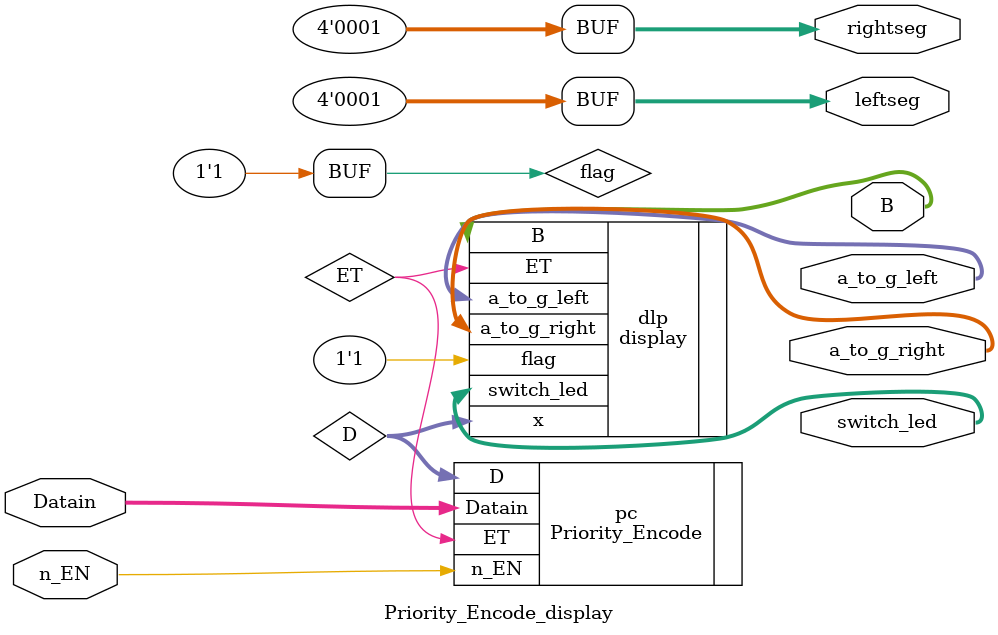
<source format=v>
`timescale 1ns / 1ps


module Priority_Encode_display(
input n_EN,input [6:0]Datain,
output wire [7:0]switch_led,a_to_g_left,a_to_g_right,
output wire [3:0]leftseg,rightseg,
output wire [2:0]B
    );
    wire [2:0]D;
    wire ET,flag;
    assign leftseg=4'b0001;
    assign rightseg=4'b0001;
    assign flag=1;
    Priority_Encode pc(.n_EN(n_EN),.Datain(Datain),.D(D),.ET(ET));
    display dlp(.x(D),.ET(ET),.switch_led(switch_led),
    .a_to_g_left(a_to_g_left),.a_to_g_right(a_to_g_right),.flag(flag),.B(B));
endmodule

</source>
